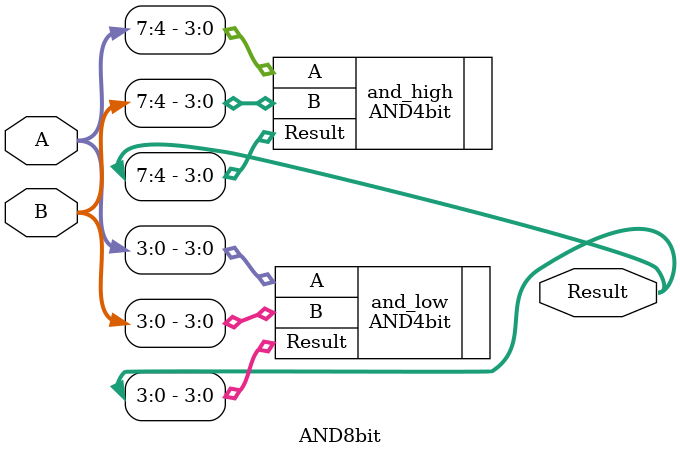
<source format=v>
module AND8bit(
    input  [7:0] A, B,
    output [7:0] Result
);
    
    // AND dos 4 bits menos significativos
    AND4bit and_low(
        .A(A[3:0]),
        .B(B[3:0]),
        .Result(Result[3:0])
    );
    
    // AND dos 4 bits mais significativos
    AND4bit and_high(
        .A(A[7:4]),
        .B(B[7:4]),
        .Result(Result[7:4])
    );
    
endmodule
</source>
